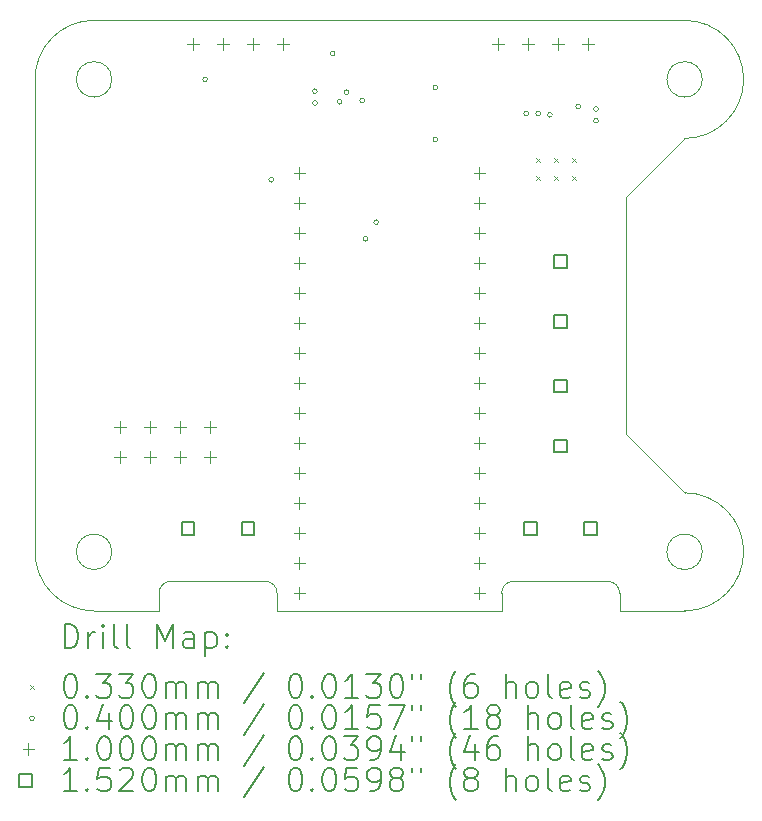
<source format=gbr>
%TF.GenerationSoftware,KiCad,Pcbnew,(6.0.9)*%
%TF.CreationDate,2023-02-05T07:26:17+11:00*%
%TF.ProjectId,SumoBotPCBA001,53756d6f-426f-4745-9043-42413030312e,rev?*%
%TF.SameCoordinates,Original*%
%TF.FileFunction,Drillmap*%
%TF.FilePolarity,Positive*%
%FSLAX45Y45*%
G04 Gerber Fmt 4.5, Leading zero omitted, Abs format (unit mm)*
G04 Created by KiCad (PCBNEW (6.0.9)) date 2023-02-05 07:26:17*
%MOMM*%
%LPD*%
G01*
G04 APERTURE LIST*
%ADD10C,0.100000*%
%ADD11C,0.200000*%
%ADD12C,0.033000*%
%ADD13C,0.040000*%
%ADD14C,0.152000*%
G04 APERTURE END LIST*
D10*
X14650000Y-12400000D02*
G75*
G03*
X14650000Y-12400000I-150000J0D01*
G01*
X14650000Y-8400000D02*
G75*
G03*
X14650000Y-8400000I-150000J0D01*
G01*
X19650000Y-8400000D02*
G75*
G03*
X19650000Y-8400000I-150000J0D01*
G01*
X19650000Y-12400000D02*
G75*
G03*
X19650000Y-12400000I-150000J0D01*
G01*
X18950000Y-12750000D02*
G75*
G03*
X18850000Y-12650000I-100000J0D01*
G01*
X18050000Y-12650000D02*
G75*
G03*
X17950000Y-12750000I0J-100000D01*
G01*
X16050000Y-12750000D02*
G75*
G03*
X15950000Y-12650000I-100000J0D01*
G01*
X15150000Y-12650000D02*
G75*
G03*
X15050000Y-12750000I0J-100000D01*
G01*
X19500000Y-7900000D02*
X14500000Y-7900000D01*
X18950000Y-12900000D02*
X19500000Y-12900000D01*
X16050000Y-12900000D02*
X17950000Y-12900000D01*
X14500000Y-12900000D02*
X15050000Y-12900000D01*
X14000000Y-8400000D02*
X14000000Y-12400000D01*
X14500000Y-7900000D02*
G75*
G03*
X14000000Y-8400000I0J-500000D01*
G01*
X14000000Y-12400000D02*
G75*
G03*
X14500000Y-12900000I500000J0D01*
G01*
X19500000Y-8900000D02*
G75*
G03*
X19500000Y-7900000I0J500000D01*
G01*
X19500000Y-12900000D02*
G75*
G03*
X20000000Y-12400000I0J500000D01*
G01*
X20000000Y-12400000D02*
G75*
G03*
X19500000Y-11900000I-500000J0D01*
G01*
X19000000Y-11400000D02*
X19500000Y-11900000D01*
X19000000Y-9400000D02*
X19500000Y-8900000D01*
X15050000Y-12750000D02*
X15050000Y-12900000D01*
X15950000Y-12650000D02*
X15150000Y-12650000D01*
X16050000Y-12900000D02*
X16050000Y-12750000D01*
X18950000Y-12750000D02*
X18950000Y-12900000D01*
X18050000Y-12650000D02*
X18850000Y-12650000D01*
X17950000Y-12900000D02*
X17950000Y-12750000D01*
X19000000Y-11400000D02*
X19000000Y-9400000D01*
D11*
D12*
X18243500Y-9068500D02*
X18276500Y-9101500D01*
X18276500Y-9068500D02*
X18243500Y-9101500D01*
X18243500Y-9218500D02*
X18276500Y-9251500D01*
X18276500Y-9218500D02*
X18243500Y-9251500D01*
X18393500Y-9068500D02*
X18426500Y-9101500D01*
X18426500Y-9068500D02*
X18393500Y-9101500D01*
X18393500Y-9218500D02*
X18426500Y-9251500D01*
X18426500Y-9218500D02*
X18393500Y-9251500D01*
X18543500Y-9068500D02*
X18576500Y-9101500D01*
X18576500Y-9068500D02*
X18543500Y-9101500D01*
X18543500Y-9218500D02*
X18576500Y-9251500D01*
X18576500Y-9218500D02*
X18543500Y-9251500D01*
D13*
X15460000Y-8400000D02*
G75*
G03*
X15460000Y-8400000I-20000J0D01*
G01*
X16020000Y-9250000D02*
G75*
G03*
X16020000Y-9250000I-20000J0D01*
G01*
X16390000Y-8500000D02*
G75*
G03*
X16390000Y-8500000I-20000J0D01*
G01*
X16390000Y-8600000D02*
G75*
G03*
X16390000Y-8600000I-20000J0D01*
G01*
X16540000Y-8180000D02*
G75*
G03*
X16540000Y-8180000I-20000J0D01*
G01*
X16598770Y-8588770D02*
G75*
G03*
X16598770Y-8588770I-20000J0D01*
G01*
X16658171Y-8508387D02*
G75*
G03*
X16658171Y-8508387I-20000J0D01*
G01*
X16790000Y-8580000D02*
G75*
G03*
X16790000Y-8580000I-20000J0D01*
G01*
X16818770Y-9751230D02*
G75*
G03*
X16818770Y-9751230I-20000J0D01*
G01*
X16908770Y-9608770D02*
G75*
G03*
X16908770Y-9608770I-20000J0D01*
G01*
X17410000Y-8470000D02*
G75*
G03*
X17410000Y-8470000I-20000J0D01*
G01*
X17410000Y-8910000D02*
G75*
G03*
X17410000Y-8910000I-20000J0D01*
G01*
X18180050Y-8690000D02*
G75*
G03*
X18180050Y-8690000I-20000J0D01*
G01*
X18280000Y-8690000D02*
G75*
G03*
X18280000Y-8690000I-20000J0D01*
G01*
X18380000Y-8700000D02*
G75*
G03*
X18380000Y-8700000I-20000J0D01*
G01*
X18620000Y-8630000D02*
G75*
G03*
X18620000Y-8630000I-20000J0D01*
G01*
X18770000Y-8650000D02*
G75*
G03*
X18770000Y-8650000I-20000J0D01*
G01*
X18770000Y-8750000D02*
G75*
G03*
X18770000Y-8750000I-20000J0D01*
G01*
D10*
X14717500Y-11296000D02*
X14717500Y-11396000D01*
X14667500Y-11346000D02*
X14767500Y-11346000D01*
X14717500Y-11550000D02*
X14717500Y-11650000D01*
X14667500Y-11600000D02*
X14767500Y-11600000D01*
X14971500Y-11296000D02*
X14971500Y-11396000D01*
X14921500Y-11346000D02*
X15021500Y-11346000D01*
X14971500Y-11550000D02*
X14971500Y-11650000D01*
X14921500Y-11600000D02*
X15021500Y-11600000D01*
X15225500Y-11296000D02*
X15225500Y-11396000D01*
X15175500Y-11346000D02*
X15275500Y-11346000D01*
X15225500Y-11550000D02*
X15225500Y-11650000D01*
X15175500Y-11600000D02*
X15275500Y-11600000D01*
X15338000Y-8050000D02*
X15338000Y-8150000D01*
X15288000Y-8100000D02*
X15388000Y-8100000D01*
X15479500Y-11296000D02*
X15479500Y-11396000D01*
X15429500Y-11346000D02*
X15529500Y-11346000D01*
X15479500Y-11550000D02*
X15479500Y-11650000D01*
X15429500Y-11600000D02*
X15529500Y-11600000D01*
X15592000Y-8050000D02*
X15592000Y-8150000D01*
X15542000Y-8100000D02*
X15642000Y-8100000D01*
X15846000Y-8050000D02*
X15846000Y-8150000D01*
X15796000Y-8100000D02*
X15896000Y-8100000D01*
X16100000Y-8050000D02*
X16100000Y-8150000D01*
X16050000Y-8100000D02*
X16150000Y-8100000D01*
X16239000Y-9145000D02*
X16239000Y-9245000D01*
X16189000Y-9195000D02*
X16289000Y-9195000D01*
X16239000Y-9399000D02*
X16239000Y-9499000D01*
X16189000Y-9449000D02*
X16289000Y-9449000D01*
X16239000Y-9653000D02*
X16239000Y-9753000D01*
X16189000Y-9703000D02*
X16289000Y-9703000D01*
X16239000Y-9907000D02*
X16239000Y-10007000D01*
X16189000Y-9957000D02*
X16289000Y-9957000D01*
X16239000Y-10161000D02*
X16239000Y-10261000D01*
X16189000Y-10211000D02*
X16289000Y-10211000D01*
X16239000Y-10415000D02*
X16239000Y-10515000D01*
X16189000Y-10465000D02*
X16289000Y-10465000D01*
X16239000Y-10669000D02*
X16239000Y-10769000D01*
X16189000Y-10719000D02*
X16289000Y-10719000D01*
X16239000Y-10923000D02*
X16239000Y-11023000D01*
X16189000Y-10973000D02*
X16289000Y-10973000D01*
X16239000Y-11177000D02*
X16239000Y-11277000D01*
X16189000Y-11227000D02*
X16289000Y-11227000D01*
X16239000Y-11431000D02*
X16239000Y-11531000D01*
X16189000Y-11481000D02*
X16289000Y-11481000D01*
X16239000Y-11685000D02*
X16239000Y-11785000D01*
X16189000Y-11735000D02*
X16289000Y-11735000D01*
X16239000Y-11939000D02*
X16239000Y-12039000D01*
X16189000Y-11989000D02*
X16289000Y-11989000D01*
X16239000Y-12193000D02*
X16239000Y-12293000D01*
X16189000Y-12243000D02*
X16289000Y-12243000D01*
X16239000Y-12447000D02*
X16239000Y-12547000D01*
X16189000Y-12497000D02*
X16289000Y-12497000D01*
X16239000Y-12701000D02*
X16239000Y-12801000D01*
X16189000Y-12751000D02*
X16289000Y-12751000D01*
X17763000Y-9145000D02*
X17763000Y-9245000D01*
X17713000Y-9195000D02*
X17813000Y-9195000D01*
X17763000Y-9399000D02*
X17763000Y-9499000D01*
X17713000Y-9449000D02*
X17813000Y-9449000D01*
X17763000Y-9653000D02*
X17763000Y-9753000D01*
X17713000Y-9703000D02*
X17813000Y-9703000D01*
X17763000Y-9907000D02*
X17763000Y-10007000D01*
X17713000Y-9957000D02*
X17813000Y-9957000D01*
X17763000Y-10161000D02*
X17763000Y-10261000D01*
X17713000Y-10211000D02*
X17813000Y-10211000D01*
X17763000Y-10415000D02*
X17763000Y-10515000D01*
X17713000Y-10465000D02*
X17813000Y-10465000D01*
X17763000Y-10669000D02*
X17763000Y-10769000D01*
X17713000Y-10719000D02*
X17813000Y-10719000D01*
X17763000Y-10923000D02*
X17763000Y-11023000D01*
X17713000Y-10973000D02*
X17813000Y-10973000D01*
X17763000Y-11177000D02*
X17763000Y-11277000D01*
X17713000Y-11227000D02*
X17813000Y-11227000D01*
X17763000Y-11431000D02*
X17763000Y-11531000D01*
X17713000Y-11481000D02*
X17813000Y-11481000D01*
X17763000Y-11685000D02*
X17763000Y-11785000D01*
X17713000Y-11735000D02*
X17813000Y-11735000D01*
X17763000Y-11939000D02*
X17763000Y-12039000D01*
X17713000Y-11989000D02*
X17813000Y-11989000D01*
X17763000Y-12193000D02*
X17763000Y-12293000D01*
X17713000Y-12243000D02*
X17813000Y-12243000D01*
X17763000Y-12447000D02*
X17763000Y-12547000D01*
X17713000Y-12497000D02*
X17813000Y-12497000D01*
X17763000Y-12701000D02*
X17763000Y-12801000D01*
X17713000Y-12751000D02*
X17813000Y-12751000D01*
X17920000Y-8050000D02*
X17920000Y-8150000D01*
X17870000Y-8100000D02*
X17970000Y-8100000D01*
X18174000Y-8050000D02*
X18174000Y-8150000D01*
X18124000Y-8100000D02*
X18224000Y-8100000D01*
X18428000Y-8050000D02*
X18428000Y-8150000D01*
X18378000Y-8100000D02*
X18478000Y-8100000D01*
X18682000Y-8050000D02*
X18682000Y-8150000D01*
X18632000Y-8100000D02*
X18732000Y-8100000D01*
D14*
X15349741Y-12253741D02*
X15349741Y-12146259D01*
X15242259Y-12146259D01*
X15242259Y-12253741D01*
X15349741Y-12253741D01*
X15857741Y-12253741D02*
X15857741Y-12146259D01*
X15750259Y-12146259D01*
X15750259Y-12253741D01*
X15857741Y-12253741D01*
X18249741Y-12253741D02*
X18249741Y-12146259D01*
X18142259Y-12146259D01*
X18142259Y-12253741D01*
X18249741Y-12253741D01*
X18503741Y-9992991D02*
X18503741Y-9885509D01*
X18396259Y-9885509D01*
X18396259Y-9992991D01*
X18503741Y-9992991D01*
X18503741Y-10500991D02*
X18503741Y-10393509D01*
X18396259Y-10393509D01*
X18396259Y-10500991D01*
X18503741Y-10500991D01*
X18503741Y-11049741D02*
X18503741Y-10942259D01*
X18396259Y-10942259D01*
X18396259Y-11049741D01*
X18503741Y-11049741D01*
X18503741Y-11557741D02*
X18503741Y-11450259D01*
X18396259Y-11450259D01*
X18396259Y-11557741D01*
X18503741Y-11557741D01*
X18757741Y-12253741D02*
X18757741Y-12146259D01*
X18650259Y-12146259D01*
X18650259Y-12253741D01*
X18757741Y-12253741D01*
D11*
X14252619Y-13215476D02*
X14252619Y-13015476D01*
X14300238Y-13015476D01*
X14328809Y-13025000D01*
X14347857Y-13044048D01*
X14357381Y-13063095D01*
X14366905Y-13101190D01*
X14366905Y-13129762D01*
X14357381Y-13167857D01*
X14347857Y-13186905D01*
X14328809Y-13205952D01*
X14300238Y-13215476D01*
X14252619Y-13215476D01*
X14452619Y-13215476D02*
X14452619Y-13082143D01*
X14452619Y-13120238D02*
X14462143Y-13101190D01*
X14471667Y-13091667D01*
X14490714Y-13082143D01*
X14509762Y-13082143D01*
X14576428Y-13215476D02*
X14576428Y-13082143D01*
X14576428Y-13015476D02*
X14566905Y-13025000D01*
X14576428Y-13034524D01*
X14585952Y-13025000D01*
X14576428Y-13015476D01*
X14576428Y-13034524D01*
X14700238Y-13215476D02*
X14681190Y-13205952D01*
X14671667Y-13186905D01*
X14671667Y-13015476D01*
X14805000Y-13215476D02*
X14785952Y-13205952D01*
X14776428Y-13186905D01*
X14776428Y-13015476D01*
X15033571Y-13215476D02*
X15033571Y-13015476D01*
X15100238Y-13158333D01*
X15166905Y-13015476D01*
X15166905Y-13215476D01*
X15347857Y-13215476D02*
X15347857Y-13110714D01*
X15338333Y-13091667D01*
X15319286Y-13082143D01*
X15281190Y-13082143D01*
X15262143Y-13091667D01*
X15347857Y-13205952D02*
X15328809Y-13215476D01*
X15281190Y-13215476D01*
X15262143Y-13205952D01*
X15252619Y-13186905D01*
X15252619Y-13167857D01*
X15262143Y-13148809D01*
X15281190Y-13139286D01*
X15328809Y-13139286D01*
X15347857Y-13129762D01*
X15443095Y-13082143D02*
X15443095Y-13282143D01*
X15443095Y-13091667D02*
X15462143Y-13082143D01*
X15500238Y-13082143D01*
X15519286Y-13091667D01*
X15528809Y-13101190D01*
X15538333Y-13120238D01*
X15538333Y-13177381D01*
X15528809Y-13196428D01*
X15519286Y-13205952D01*
X15500238Y-13215476D01*
X15462143Y-13215476D01*
X15443095Y-13205952D01*
X15624048Y-13196428D02*
X15633571Y-13205952D01*
X15624048Y-13215476D01*
X15614524Y-13205952D01*
X15624048Y-13196428D01*
X15624048Y-13215476D01*
X15624048Y-13091667D02*
X15633571Y-13101190D01*
X15624048Y-13110714D01*
X15614524Y-13101190D01*
X15624048Y-13091667D01*
X15624048Y-13110714D01*
D12*
X13962000Y-13528500D02*
X13995000Y-13561500D01*
X13995000Y-13528500D02*
X13962000Y-13561500D01*
D11*
X14290714Y-13435476D02*
X14309762Y-13435476D01*
X14328809Y-13445000D01*
X14338333Y-13454524D01*
X14347857Y-13473571D01*
X14357381Y-13511667D01*
X14357381Y-13559286D01*
X14347857Y-13597381D01*
X14338333Y-13616428D01*
X14328809Y-13625952D01*
X14309762Y-13635476D01*
X14290714Y-13635476D01*
X14271667Y-13625952D01*
X14262143Y-13616428D01*
X14252619Y-13597381D01*
X14243095Y-13559286D01*
X14243095Y-13511667D01*
X14252619Y-13473571D01*
X14262143Y-13454524D01*
X14271667Y-13445000D01*
X14290714Y-13435476D01*
X14443095Y-13616428D02*
X14452619Y-13625952D01*
X14443095Y-13635476D01*
X14433571Y-13625952D01*
X14443095Y-13616428D01*
X14443095Y-13635476D01*
X14519286Y-13435476D02*
X14643095Y-13435476D01*
X14576428Y-13511667D01*
X14605000Y-13511667D01*
X14624048Y-13521190D01*
X14633571Y-13530714D01*
X14643095Y-13549762D01*
X14643095Y-13597381D01*
X14633571Y-13616428D01*
X14624048Y-13625952D01*
X14605000Y-13635476D01*
X14547857Y-13635476D01*
X14528809Y-13625952D01*
X14519286Y-13616428D01*
X14709762Y-13435476D02*
X14833571Y-13435476D01*
X14766905Y-13511667D01*
X14795476Y-13511667D01*
X14814524Y-13521190D01*
X14824048Y-13530714D01*
X14833571Y-13549762D01*
X14833571Y-13597381D01*
X14824048Y-13616428D01*
X14814524Y-13625952D01*
X14795476Y-13635476D01*
X14738333Y-13635476D01*
X14719286Y-13625952D01*
X14709762Y-13616428D01*
X14957381Y-13435476D02*
X14976428Y-13435476D01*
X14995476Y-13445000D01*
X15005000Y-13454524D01*
X15014524Y-13473571D01*
X15024048Y-13511667D01*
X15024048Y-13559286D01*
X15014524Y-13597381D01*
X15005000Y-13616428D01*
X14995476Y-13625952D01*
X14976428Y-13635476D01*
X14957381Y-13635476D01*
X14938333Y-13625952D01*
X14928809Y-13616428D01*
X14919286Y-13597381D01*
X14909762Y-13559286D01*
X14909762Y-13511667D01*
X14919286Y-13473571D01*
X14928809Y-13454524D01*
X14938333Y-13445000D01*
X14957381Y-13435476D01*
X15109762Y-13635476D02*
X15109762Y-13502143D01*
X15109762Y-13521190D02*
X15119286Y-13511667D01*
X15138333Y-13502143D01*
X15166905Y-13502143D01*
X15185952Y-13511667D01*
X15195476Y-13530714D01*
X15195476Y-13635476D01*
X15195476Y-13530714D02*
X15205000Y-13511667D01*
X15224048Y-13502143D01*
X15252619Y-13502143D01*
X15271667Y-13511667D01*
X15281190Y-13530714D01*
X15281190Y-13635476D01*
X15376428Y-13635476D02*
X15376428Y-13502143D01*
X15376428Y-13521190D02*
X15385952Y-13511667D01*
X15405000Y-13502143D01*
X15433571Y-13502143D01*
X15452619Y-13511667D01*
X15462143Y-13530714D01*
X15462143Y-13635476D01*
X15462143Y-13530714D02*
X15471667Y-13511667D01*
X15490714Y-13502143D01*
X15519286Y-13502143D01*
X15538333Y-13511667D01*
X15547857Y-13530714D01*
X15547857Y-13635476D01*
X15938333Y-13425952D02*
X15766905Y-13683095D01*
X16195476Y-13435476D02*
X16214524Y-13435476D01*
X16233571Y-13445000D01*
X16243095Y-13454524D01*
X16252619Y-13473571D01*
X16262143Y-13511667D01*
X16262143Y-13559286D01*
X16252619Y-13597381D01*
X16243095Y-13616428D01*
X16233571Y-13625952D01*
X16214524Y-13635476D01*
X16195476Y-13635476D01*
X16176428Y-13625952D01*
X16166905Y-13616428D01*
X16157381Y-13597381D01*
X16147857Y-13559286D01*
X16147857Y-13511667D01*
X16157381Y-13473571D01*
X16166905Y-13454524D01*
X16176428Y-13445000D01*
X16195476Y-13435476D01*
X16347857Y-13616428D02*
X16357381Y-13625952D01*
X16347857Y-13635476D01*
X16338333Y-13625952D01*
X16347857Y-13616428D01*
X16347857Y-13635476D01*
X16481190Y-13435476D02*
X16500238Y-13435476D01*
X16519286Y-13445000D01*
X16528809Y-13454524D01*
X16538333Y-13473571D01*
X16547857Y-13511667D01*
X16547857Y-13559286D01*
X16538333Y-13597381D01*
X16528809Y-13616428D01*
X16519286Y-13625952D01*
X16500238Y-13635476D01*
X16481190Y-13635476D01*
X16462143Y-13625952D01*
X16452619Y-13616428D01*
X16443095Y-13597381D01*
X16433571Y-13559286D01*
X16433571Y-13511667D01*
X16443095Y-13473571D01*
X16452619Y-13454524D01*
X16462143Y-13445000D01*
X16481190Y-13435476D01*
X16738333Y-13635476D02*
X16624048Y-13635476D01*
X16681190Y-13635476D02*
X16681190Y-13435476D01*
X16662143Y-13464048D01*
X16643095Y-13483095D01*
X16624048Y-13492619D01*
X16805000Y-13435476D02*
X16928810Y-13435476D01*
X16862143Y-13511667D01*
X16890714Y-13511667D01*
X16909762Y-13521190D01*
X16919286Y-13530714D01*
X16928810Y-13549762D01*
X16928810Y-13597381D01*
X16919286Y-13616428D01*
X16909762Y-13625952D01*
X16890714Y-13635476D01*
X16833571Y-13635476D01*
X16814524Y-13625952D01*
X16805000Y-13616428D01*
X17052619Y-13435476D02*
X17071667Y-13435476D01*
X17090714Y-13445000D01*
X17100238Y-13454524D01*
X17109762Y-13473571D01*
X17119286Y-13511667D01*
X17119286Y-13559286D01*
X17109762Y-13597381D01*
X17100238Y-13616428D01*
X17090714Y-13625952D01*
X17071667Y-13635476D01*
X17052619Y-13635476D01*
X17033571Y-13625952D01*
X17024048Y-13616428D01*
X17014524Y-13597381D01*
X17005000Y-13559286D01*
X17005000Y-13511667D01*
X17014524Y-13473571D01*
X17024048Y-13454524D01*
X17033571Y-13445000D01*
X17052619Y-13435476D01*
X17195476Y-13435476D02*
X17195476Y-13473571D01*
X17271667Y-13435476D02*
X17271667Y-13473571D01*
X17566905Y-13711667D02*
X17557381Y-13702143D01*
X17538333Y-13673571D01*
X17528810Y-13654524D01*
X17519286Y-13625952D01*
X17509762Y-13578333D01*
X17509762Y-13540238D01*
X17519286Y-13492619D01*
X17528810Y-13464048D01*
X17538333Y-13445000D01*
X17557381Y-13416428D01*
X17566905Y-13406905D01*
X17728810Y-13435476D02*
X17690714Y-13435476D01*
X17671667Y-13445000D01*
X17662143Y-13454524D01*
X17643095Y-13483095D01*
X17633571Y-13521190D01*
X17633571Y-13597381D01*
X17643095Y-13616428D01*
X17652619Y-13625952D01*
X17671667Y-13635476D01*
X17709762Y-13635476D01*
X17728810Y-13625952D01*
X17738333Y-13616428D01*
X17747857Y-13597381D01*
X17747857Y-13549762D01*
X17738333Y-13530714D01*
X17728810Y-13521190D01*
X17709762Y-13511667D01*
X17671667Y-13511667D01*
X17652619Y-13521190D01*
X17643095Y-13530714D01*
X17633571Y-13549762D01*
X17985952Y-13635476D02*
X17985952Y-13435476D01*
X18071667Y-13635476D02*
X18071667Y-13530714D01*
X18062143Y-13511667D01*
X18043095Y-13502143D01*
X18014524Y-13502143D01*
X17995476Y-13511667D01*
X17985952Y-13521190D01*
X18195476Y-13635476D02*
X18176429Y-13625952D01*
X18166905Y-13616428D01*
X18157381Y-13597381D01*
X18157381Y-13540238D01*
X18166905Y-13521190D01*
X18176429Y-13511667D01*
X18195476Y-13502143D01*
X18224048Y-13502143D01*
X18243095Y-13511667D01*
X18252619Y-13521190D01*
X18262143Y-13540238D01*
X18262143Y-13597381D01*
X18252619Y-13616428D01*
X18243095Y-13625952D01*
X18224048Y-13635476D01*
X18195476Y-13635476D01*
X18376429Y-13635476D02*
X18357381Y-13625952D01*
X18347857Y-13606905D01*
X18347857Y-13435476D01*
X18528810Y-13625952D02*
X18509762Y-13635476D01*
X18471667Y-13635476D01*
X18452619Y-13625952D01*
X18443095Y-13606905D01*
X18443095Y-13530714D01*
X18452619Y-13511667D01*
X18471667Y-13502143D01*
X18509762Y-13502143D01*
X18528810Y-13511667D01*
X18538333Y-13530714D01*
X18538333Y-13549762D01*
X18443095Y-13568809D01*
X18614524Y-13625952D02*
X18633571Y-13635476D01*
X18671667Y-13635476D01*
X18690714Y-13625952D01*
X18700238Y-13606905D01*
X18700238Y-13597381D01*
X18690714Y-13578333D01*
X18671667Y-13568809D01*
X18643095Y-13568809D01*
X18624048Y-13559286D01*
X18614524Y-13540238D01*
X18614524Y-13530714D01*
X18624048Y-13511667D01*
X18643095Y-13502143D01*
X18671667Y-13502143D01*
X18690714Y-13511667D01*
X18766905Y-13711667D02*
X18776429Y-13702143D01*
X18795476Y-13673571D01*
X18805000Y-13654524D01*
X18814524Y-13625952D01*
X18824048Y-13578333D01*
X18824048Y-13540238D01*
X18814524Y-13492619D01*
X18805000Y-13464048D01*
X18795476Y-13445000D01*
X18776429Y-13416428D01*
X18766905Y-13406905D01*
D13*
X13995000Y-13809000D02*
G75*
G03*
X13995000Y-13809000I-20000J0D01*
G01*
D11*
X14290714Y-13699476D02*
X14309762Y-13699476D01*
X14328809Y-13709000D01*
X14338333Y-13718524D01*
X14347857Y-13737571D01*
X14357381Y-13775667D01*
X14357381Y-13823286D01*
X14347857Y-13861381D01*
X14338333Y-13880428D01*
X14328809Y-13889952D01*
X14309762Y-13899476D01*
X14290714Y-13899476D01*
X14271667Y-13889952D01*
X14262143Y-13880428D01*
X14252619Y-13861381D01*
X14243095Y-13823286D01*
X14243095Y-13775667D01*
X14252619Y-13737571D01*
X14262143Y-13718524D01*
X14271667Y-13709000D01*
X14290714Y-13699476D01*
X14443095Y-13880428D02*
X14452619Y-13889952D01*
X14443095Y-13899476D01*
X14433571Y-13889952D01*
X14443095Y-13880428D01*
X14443095Y-13899476D01*
X14624048Y-13766143D02*
X14624048Y-13899476D01*
X14576428Y-13689952D02*
X14528809Y-13832809D01*
X14652619Y-13832809D01*
X14766905Y-13699476D02*
X14785952Y-13699476D01*
X14805000Y-13709000D01*
X14814524Y-13718524D01*
X14824048Y-13737571D01*
X14833571Y-13775667D01*
X14833571Y-13823286D01*
X14824048Y-13861381D01*
X14814524Y-13880428D01*
X14805000Y-13889952D01*
X14785952Y-13899476D01*
X14766905Y-13899476D01*
X14747857Y-13889952D01*
X14738333Y-13880428D01*
X14728809Y-13861381D01*
X14719286Y-13823286D01*
X14719286Y-13775667D01*
X14728809Y-13737571D01*
X14738333Y-13718524D01*
X14747857Y-13709000D01*
X14766905Y-13699476D01*
X14957381Y-13699476D02*
X14976428Y-13699476D01*
X14995476Y-13709000D01*
X15005000Y-13718524D01*
X15014524Y-13737571D01*
X15024048Y-13775667D01*
X15024048Y-13823286D01*
X15014524Y-13861381D01*
X15005000Y-13880428D01*
X14995476Y-13889952D01*
X14976428Y-13899476D01*
X14957381Y-13899476D01*
X14938333Y-13889952D01*
X14928809Y-13880428D01*
X14919286Y-13861381D01*
X14909762Y-13823286D01*
X14909762Y-13775667D01*
X14919286Y-13737571D01*
X14928809Y-13718524D01*
X14938333Y-13709000D01*
X14957381Y-13699476D01*
X15109762Y-13899476D02*
X15109762Y-13766143D01*
X15109762Y-13785190D02*
X15119286Y-13775667D01*
X15138333Y-13766143D01*
X15166905Y-13766143D01*
X15185952Y-13775667D01*
X15195476Y-13794714D01*
X15195476Y-13899476D01*
X15195476Y-13794714D02*
X15205000Y-13775667D01*
X15224048Y-13766143D01*
X15252619Y-13766143D01*
X15271667Y-13775667D01*
X15281190Y-13794714D01*
X15281190Y-13899476D01*
X15376428Y-13899476D02*
X15376428Y-13766143D01*
X15376428Y-13785190D02*
X15385952Y-13775667D01*
X15405000Y-13766143D01*
X15433571Y-13766143D01*
X15452619Y-13775667D01*
X15462143Y-13794714D01*
X15462143Y-13899476D01*
X15462143Y-13794714D02*
X15471667Y-13775667D01*
X15490714Y-13766143D01*
X15519286Y-13766143D01*
X15538333Y-13775667D01*
X15547857Y-13794714D01*
X15547857Y-13899476D01*
X15938333Y-13689952D02*
X15766905Y-13947095D01*
X16195476Y-13699476D02*
X16214524Y-13699476D01*
X16233571Y-13709000D01*
X16243095Y-13718524D01*
X16252619Y-13737571D01*
X16262143Y-13775667D01*
X16262143Y-13823286D01*
X16252619Y-13861381D01*
X16243095Y-13880428D01*
X16233571Y-13889952D01*
X16214524Y-13899476D01*
X16195476Y-13899476D01*
X16176428Y-13889952D01*
X16166905Y-13880428D01*
X16157381Y-13861381D01*
X16147857Y-13823286D01*
X16147857Y-13775667D01*
X16157381Y-13737571D01*
X16166905Y-13718524D01*
X16176428Y-13709000D01*
X16195476Y-13699476D01*
X16347857Y-13880428D02*
X16357381Y-13889952D01*
X16347857Y-13899476D01*
X16338333Y-13889952D01*
X16347857Y-13880428D01*
X16347857Y-13899476D01*
X16481190Y-13699476D02*
X16500238Y-13699476D01*
X16519286Y-13709000D01*
X16528809Y-13718524D01*
X16538333Y-13737571D01*
X16547857Y-13775667D01*
X16547857Y-13823286D01*
X16538333Y-13861381D01*
X16528809Y-13880428D01*
X16519286Y-13889952D01*
X16500238Y-13899476D01*
X16481190Y-13899476D01*
X16462143Y-13889952D01*
X16452619Y-13880428D01*
X16443095Y-13861381D01*
X16433571Y-13823286D01*
X16433571Y-13775667D01*
X16443095Y-13737571D01*
X16452619Y-13718524D01*
X16462143Y-13709000D01*
X16481190Y-13699476D01*
X16738333Y-13899476D02*
X16624048Y-13899476D01*
X16681190Y-13899476D02*
X16681190Y-13699476D01*
X16662143Y-13728048D01*
X16643095Y-13747095D01*
X16624048Y-13756619D01*
X16919286Y-13699476D02*
X16824048Y-13699476D01*
X16814524Y-13794714D01*
X16824048Y-13785190D01*
X16843095Y-13775667D01*
X16890714Y-13775667D01*
X16909762Y-13785190D01*
X16919286Y-13794714D01*
X16928810Y-13813762D01*
X16928810Y-13861381D01*
X16919286Y-13880428D01*
X16909762Y-13889952D01*
X16890714Y-13899476D01*
X16843095Y-13899476D01*
X16824048Y-13889952D01*
X16814524Y-13880428D01*
X16995476Y-13699476D02*
X17128810Y-13699476D01*
X17043095Y-13899476D01*
X17195476Y-13699476D02*
X17195476Y-13737571D01*
X17271667Y-13699476D02*
X17271667Y-13737571D01*
X17566905Y-13975667D02*
X17557381Y-13966143D01*
X17538333Y-13937571D01*
X17528810Y-13918524D01*
X17519286Y-13889952D01*
X17509762Y-13842333D01*
X17509762Y-13804238D01*
X17519286Y-13756619D01*
X17528810Y-13728048D01*
X17538333Y-13709000D01*
X17557381Y-13680428D01*
X17566905Y-13670905D01*
X17747857Y-13899476D02*
X17633571Y-13899476D01*
X17690714Y-13899476D02*
X17690714Y-13699476D01*
X17671667Y-13728048D01*
X17652619Y-13747095D01*
X17633571Y-13756619D01*
X17862143Y-13785190D02*
X17843095Y-13775667D01*
X17833571Y-13766143D01*
X17824048Y-13747095D01*
X17824048Y-13737571D01*
X17833571Y-13718524D01*
X17843095Y-13709000D01*
X17862143Y-13699476D01*
X17900238Y-13699476D01*
X17919286Y-13709000D01*
X17928810Y-13718524D01*
X17938333Y-13737571D01*
X17938333Y-13747095D01*
X17928810Y-13766143D01*
X17919286Y-13775667D01*
X17900238Y-13785190D01*
X17862143Y-13785190D01*
X17843095Y-13794714D01*
X17833571Y-13804238D01*
X17824048Y-13823286D01*
X17824048Y-13861381D01*
X17833571Y-13880428D01*
X17843095Y-13889952D01*
X17862143Y-13899476D01*
X17900238Y-13899476D01*
X17919286Y-13889952D01*
X17928810Y-13880428D01*
X17938333Y-13861381D01*
X17938333Y-13823286D01*
X17928810Y-13804238D01*
X17919286Y-13794714D01*
X17900238Y-13785190D01*
X18176429Y-13899476D02*
X18176429Y-13699476D01*
X18262143Y-13899476D02*
X18262143Y-13794714D01*
X18252619Y-13775667D01*
X18233571Y-13766143D01*
X18205000Y-13766143D01*
X18185952Y-13775667D01*
X18176429Y-13785190D01*
X18385952Y-13899476D02*
X18366905Y-13889952D01*
X18357381Y-13880428D01*
X18347857Y-13861381D01*
X18347857Y-13804238D01*
X18357381Y-13785190D01*
X18366905Y-13775667D01*
X18385952Y-13766143D01*
X18414524Y-13766143D01*
X18433571Y-13775667D01*
X18443095Y-13785190D01*
X18452619Y-13804238D01*
X18452619Y-13861381D01*
X18443095Y-13880428D01*
X18433571Y-13889952D01*
X18414524Y-13899476D01*
X18385952Y-13899476D01*
X18566905Y-13899476D02*
X18547857Y-13889952D01*
X18538333Y-13870905D01*
X18538333Y-13699476D01*
X18719286Y-13889952D02*
X18700238Y-13899476D01*
X18662143Y-13899476D01*
X18643095Y-13889952D01*
X18633571Y-13870905D01*
X18633571Y-13794714D01*
X18643095Y-13775667D01*
X18662143Y-13766143D01*
X18700238Y-13766143D01*
X18719286Y-13775667D01*
X18728810Y-13794714D01*
X18728810Y-13813762D01*
X18633571Y-13832809D01*
X18805000Y-13889952D02*
X18824048Y-13899476D01*
X18862143Y-13899476D01*
X18881190Y-13889952D01*
X18890714Y-13870905D01*
X18890714Y-13861381D01*
X18881190Y-13842333D01*
X18862143Y-13832809D01*
X18833571Y-13832809D01*
X18814524Y-13823286D01*
X18805000Y-13804238D01*
X18805000Y-13794714D01*
X18814524Y-13775667D01*
X18833571Y-13766143D01*
X18862143Y-13766143D01*
X18881190Y-13775667D01*
X18957381Y-13975667D02*
X18966905Y-13966143D01*
X18985952Y-13937571D01*
X18995476Y-13918524D01*
X19005000Y-13889952D01*
X19014524Y-13842333D01*
X19014524Y-13804238D01*
X19005000Y-13756619D01*
X18995476Y-13728048D01*
X18985952Y-13709000D01*
X18966905Y-13680428D01*
X18957381Y-13670905D01*
D10*
X13945000Y-14023000D02*
X13945000Y-14123000D01*
X13895000Y-14073000D02*
X13995000Y-14073000D01*
D11*
X14357381Y-14163476D02*
X14243095Y-14163476D01*
X14300238Y-14163476D02*
X14300238Y-13963476D01*
X14281190Y-13992048D01*
X14262143Y-14011095D01*
X14243095Y-14020619D01*
X14443095Y-14144428D02*
X14452619Y-14153952D01*
X14443095Y-14163476D01*
X14433571Y-14153952D01*
X14443095Y-14144428D01*
X14443095Y-14163476D01*
X14576428Y-13963476D02*
X14595476Y-13963476D01*
X14614524Y-13973000D01*
X14624048Y-13982524D01*
X14633571Y-14001571D01*
X14643095Y-14039667D01*
X14643095Y-14087286D01*
X14633571Y-14125381D01*
X14624048Y-14144428D01*
X14614524Y-14153952D01*
X14595476Y-14163476D01*
X14576428Y-14163476D01*
X14557381Y-14153952D01*
X14547857Y-14144428D01*
X14538333Y-14125381D01*
X14528809Y-14087286D01*
X14528809Y-14039667D01*
X14538333Y-14001571D01*
X14547857Y-13982524D01*
X14557381Y-13973000D01*
X14576428Y-13963476D01*
X14766905Y-13963476D02*
X14785952Y-13963476D01*
X14805000Y-13973000D01*
X14814524Y-13982524D01*
X14824048Y-14001571D01*
X14833571Y-14039667D01*
X14833571Y-14087286D01*
X14824048Y-14125381D01*
X14814524Y-14144428D01*
X14805000Y-14153952D01*
X14785952Y-14163476D01*
X14766905Y-14163476D01*
X14747857Y-14153952D01*
X14738333Y-14144428D01*
X14728809Y-14125381D01*
X14719286Y-14087286D01*
X14719286Y-14039667D01*
X14728809Y-14001571D01*
X14738333Y-13982524D01*
X14747857Y-13973000D01*
X14766905Y-13963476D01*
X14957381Y-13963476D02*
X14976428Y-13963476D01*
X14995476Y-13973000D01*
X15005000Y-13982524D01*
X15014524Y-14001571D01*
X15024048Y-14039667D01*
X15024048Y-14087286D01*
X15014524Y-14125381D01*
X15005000Y-14144428D01*
X14995476Y-14153952D01*
X14976428Y-14163476D01*
X14957381Y-14163476D01*
X14938333Y-14153952D01*
X14928809Y-14144428D01*
X14919286Y-14125381D01*
X14909762Y-14087286D01*
X14909762Y-14039667D01*
X14919286Y-14001571D01*
X14928809Y-13982524D01*
X14938333Y-13973000D01*
X14957381Y-13963476D01*
X15109762Y-14163476D02*
X15109762Y-14030143D01*
X15109762Y-14049190D02*
X15119286Y-14039667D01*
X15138333Y-14030143D01*
X15166905Y-14030143D01*
X15185952Y-14039667D01*
X15195476Y-14058714D01*
X15195476Y-14163476D01*
X15195476Y-14058714D02*
X15205000Y-14039667D01*
X15224048Y-14030143D01*
X15252619Y-14030143D01*
X15271667Y-14039667D01*
X15281190Y-14058714D01*
X15281190Y-14163476D01*
X15376428Y-14163476D02*
X15376428Y-14030143D01*
X15376428Y-14049190D02*
X15385952Y-14039667D01*
X15405000Y-14030143D01*
X15433571Y-14030143D01*
X15452619Y-14039667D01*
X15462143Y-14058714D01*
X15462143Y-14163476D01*
X15462143Y-14058714D02*
X15471667Y-14039667D01*
X15490714Y-14030143D01*
X15519286Y-14030143D01*
X15538333Y-14039667D01*
X15547857Y-14058714D01*
X15547857Y-14163476D01*
X15938333Y-13953952D02*
X15766905Y-14211095D01*
X16195476Y-13963476D02*
X16214524Y-13963476D01*
X16233571Y-13973000D01*
X16243095Y-13982524D01*
X16252619Y-14001571D01*
X16262143Y-14039667D01*
X16262143Y-14087286D01*
X16252619Y-14125381D01*
X16243095Y-14144428D01*
X16233571Y-14153952D01*
X16214524Y-14163476D01*
X16195476Y-14163476D01*
X16176428Y-14153952D01*
X16166905Y-14144428D01*
X16157381Y-14125381D01*
X16147857Y-14087286D01*
X16147857Y-14039667D01*
X16157381Y-14001571D01*
X16166905Y-13982524D01*
X16176428Y-13973000D01*
X16195476Y-13963476D01*
X16347857Y-14144428D02*
X16357381Y-14153952D01*
X16347857Y-14163476D01*
X16338333Y-14153952D01*
X16347857Y-14144428D01*
X16347857Y-14163476D01*
X16481190Y-13963476D02*
X16500238Y-13963476D01*
X16519286Y-13973000D01*
X16528809Y-13982524D01*
X16538333Y-14001571D01*
X16547857Y-14039667D01*
X16547857Y-14087286D01*
X16538333Y-14125381D01*
X16528809Y-14144428D01*
X16519286Y-14153952D01*
X16500238Y-14163476D01*
X16481190Y-14163476D01*
X16462143Y-14153952D01*
X16452619Y-14144428D01*
X16443095Y-14125381D01*
X16433571Y-14087286D01*
X16433571Y-14039667D01*
X16443095Y-14001571D01*
X16452619Y-13982524D01*
X16462143Y-13973000D01*
X16481190Y-13963476D01*
X16614524Y-13963476D02*
X16738333Y-13963476D01*
X16671667Y-14039667D01*
X16700238Y-14039667D01*
X16719286Y-14049190D01*
X16728809Y-14058714D01*
X16738333Y-14077762D01*
X16738333Y-14125381D01*
X16728809Y-14144428D01*
X16719286Y-14153952D01*
X16700238Y-14163476D01*
X16643095Y-14163476D01*
X16624048Y-14153952D01*
X16614524Y-14144428D01*
X16833571Y-14163476D02*
X16871667Y-14163476D01*
X16890714Y-14153952D01*
X16900238Y-14144428D01*
X16919286Y-14115857D01*
X16928810Y-14077762D01*
X16928810Y-14001571D01*
X16919286Y-13982524D01*
X16909762Y-13973000D01*
X16890714Y-13963476D01*
X16852619Y-13963476D01*
X16833571Y-13973000D01*
X16824048Y-13982524D01*
X16814524Y-14001571D01*
X16814524Y-14049190D01*
X16824048Y-14068238D01*
X16833571Y-14077762D01*
X16852619Y-14087286D01*
X16890714Y-14087286D01*
X16909762Y-14077762D01*
X16919286Y-14068238D01*
X16928810Y-14049190D01*
X17100238Y-14030143D02*
X17100238Y-14163476D01*
X17052619Y-13953952D02*
X17005000Y-14096809D01*
X17128810Y-14096809D01*
X17195476Y-13963476D02*
X17195476Y-14001571D01*
X17271667Y-13963476D02*
X17271667Y-14001571D01*
X17566905Y-14239667D02*
X17557381Y-14230143D01*
X17538333Y-14201571D01*
X17528810Y-14182524D01*
X17519286Y-14153952D01*
X17509762Y-14106333D01*
X17509762Y-14068238D01*
X17519286Y-14020619D01*
X17528810Y-13992048D01*
X17538333Y-13973000D01*
X17557381Y-13944428D01*
X17566905Y-13934905D01*
X17728810Y-14030143D02*
X17728810Y-14163476D01*
X17681190Y-13953952D02*
X17633571Y-14096809D01*
X17757381Y-14096809D01*
X17919286Y-13963476D02*
X17881190Y-13963476D01*
X17862143Y-13973000D01*
X17852619Y-13982524D01*
X17833571Y-14011095D01*
X17824048Y-14049190D01*
X17824048Y-14125381D01*
X17833571Y-14144428D01*
X17843095Y-14153952D01*
X17862143Y-14163476D01*
X17900238Y-14163476D01*
X17919286Y-14153952D01*
X17928810Y-14144428D01*
X17938333Y-14125381D01*
X17938333Y-14077762D01*
X17928810Y-14058714D01*
X17919286Y-14049190D01*
X17900238Y-14039667D01*
X17862143Y-14039667D01*
X17843095Y-14049190D01*
X17833571Y-14058714D01*
X17824048Y-14077762D01*
X18176429Y-14163476D02*
X18176429Y-13963476D01*
X18262143Y-14163476D02*
X18262143Y-14058714D01*
X18252619Y-14039667D01*
X18233571Y-14030143D01*
X18205000Y-14030143D01*
X18185952Y-14039667D01*
X18176429Y-14049190D01*
X18385952Y-14163476D02*
X18366905Y-14153952D01*
X18357381Y-14144428D01*
X18347857Y-14125381D01*
X18347857Y-14068238D01*
X18357381Y-14049190D01*
X18366905Y-14039667D01*
X18385952Y-14030143D01*
X18414524Y-14030143D01*
X18433571Y-14039667D01*
X18443095Y-14049190D01*
X18452619Y-14068238D01*
X18452619Y-14125381D01*
X18443095Y-14144428D01*
X18433571Y-14153952D01*
X18414524Y-14163476D01*
X18385952Y-14163476D01*
X18566905Y-14163476D02*
X18547857Y-14153952D01*
X18538333Y-14134905D01*
X18538333Y-13963476D01*
X18719286Y-14153952D02*
X18700238Y-14163476D01*
X18662143Y-14163476D01*
X18643095Y-14153952D01*
X18633571Y-14134905D01*
X18633571Y-14058714D01*
X18643095Y-14039667D01*
X18662143Y-14030143D01*
X18700238Y-14030143D01*
X18719286Y-14039667D01*
X18728810Y-14058714D01*
X18728810Y-14077762D01*
X18633571Y-14096809D01*
X18805000Y-14153952D02*
X18824048Y-14163476D01*
X18862143Y-14163476D01*
X18881190Y-14153952D01*
X18890714Y-14134905D01*
X18890714Y-14125381D01*
X18881190Y-14106333D01*
X18862143Y-14096809D01*
X18833571Y-14096809D01*
X18814524Y-14087286D01*
X18805000Y-14068238D01*
X18805000Y-14058714D01*
X18814524Y-14039667D01*
X18833571Y-14030143D01*
X18862143Y-14030143D01*
X18881190Y-14039667D01*
X18957381Y-14239667D02*
X18966905Y-14230143D01*
X18985952Y-14201571D01*
X18995476Y-14182524D01*
X19005000Y-14153952D01*
X19014524Y-14106333D01*
X19014524Y-14068238D01*
X19005000Y-14020619D01*
X18995476Y-13992048D01*
X18985952Y-13973000D01*
X18966905Y-13944428D01*
X18957381Y-13934905D01*
D14*
X13972741Y-14390741D02*
X13972741Y-14283259D01*
X13865259Y-14283259D01*
X13865259Y-14390741D01*
X13972741Y-14390741D01*
D11*
X14357381Y-14427476D02*
X14243095Y-14427476D01*
X14300238Y-14427476D02*
X14300238Y-14227476D01*
X14281190Y-14256048D01*
X14262143Y-14275095D01*
X14243095Y-14284619D01*
X14443095Y-14408428D02*
X14452619Y-14417952D01*
X14443095Y-14427476D01*
X14433571Y-14417952D01*
X14443095Y-14408428D01*
X14443095Y-14427476D01*
X14633571Y-14227476D02*
X14538333Y-14227476D01*
X14528809Y-14322714D01*
X14538333Y-14313190D01*
X14557381Y-14303667D01*
X14605000Y-14303667D01*
X14624048Y-14313190D01*
X14633571Y-14322714D01*
X14643095Y-14341762D01*
X14643095Y-14389381D01*
X14633571Y-14408428D01*
X14624048Y-14417952D01*
X14605000Y-14427476D01*
X14557381Y-14427476D01*
X14538333Y-14417952D01*
X14528809Y-14408428D01*
X14719286Y-14246524D02*
X14728809Y-14237000D01*
X14747857Y-14227476D01*
X14795476Y-14227476D01*
X14814524Y-14237000D01*
X14824048Y-14246524D01*
X14833571Y-14265571D01*
X14833571Y-14284619D01*
X14824048Y-14313190D01*
X14709762Y-14427476D01*
X14833571Y-14427476D01*
X14957381Y-14227476D02*
X14976428Y-14227476D01*
X14995476Y-14237000D01*
X15005000Y-14246524D01*
X15014524Y-14265571D01*
X15024048Y-14303667D01*
X15024048Y-14351286D01*
X15014524Y-14389381D01*
X15005000Y-14408428D01*
X14995476Y-14417952D01*
X14976428Y-14427476D01*
X14957381Y-14427476D01*
X14938333Y-14417952D01*
X14928809Y-14408428D01*
X14919286Y-14389381D01*
X14909762Y-14351286D01*
X14909762Y-14303667D01*
X14919286Y-14265571D01*
X14928809Y-14246524D01*
X14938333Y-14237000D01*
X14957381Y-14227476D01*
X15109762Y-14427476D02*
X15109762Y-14294143D01*
X15109762Y-14313190D02*
X15119286Y-14303667D01*
X15138333Y-14294143D01*
X15166905Y-14294143D01*
X15185952Y-14303667D01*
X15195476Y-14322714D01*
X15195476Y-14427476D01*
X15195476Y-14322714D02*
X15205000Y-14303667D01*
X15224048Y-14294143D01*
X15252619Y-14294143D01*
X15271667Y-14303667D01*
X15281190Y-14322714D01*
X15281190Y-14427476D01*
X15376428Y-14427476D02*
X15376428Y-14294143D01*
X15376428Y-14313190D02*
X15385952Y-14303667D01*
X15405000Y-14294143D01*
X15433571Y-14294143D01*
X15452619Y-14303667D01*
X15462143Y-14322714D01*
X15462143Y-14427476D01*
X15462143Y-14322714D02*
X15471667Y-14303667D01*
X15490714Y-14294143D01*
X15519286Y-14294143D01*
X15538333Y-14303667D01*
X15547857Y-14322714D01*
X15547857Y-14427476D01*
X15938333Y-14217952D02*
X15766905Y-14475095D01*
X16195476Y-14227476D02*
X16214524Y-14227476D01*
X16233571Y-14237000D01*
X16243095Y-14246524D01*
X16252619Y-14265571D01*
X16262143Y-14303667D01*
X16262143Y-14351286D01*
X16252619Y-14389381D01*
X16243095Y-14408428D01*
X16233571Y-14417952D01*
X16214524Y-14427476D01*
X16195476Y-14427476D01*
X16176428Y-14417952D01*
X16166905Y-14408428D01*
X16157381Y-14389381D01*
X16147857Y-14351286D01*
X16147857Y-14303667D01*
X16157381Y-14265571D01*
X16166905Y-14246524D01*
X16176428Y-14237000D01*
X16195476Y-14227476D01*
X16347857Y-14408428D02*
X16357381Y-14417952D01*
X16347857Y-14427476D01*
X16338333Y-14417952D01*
X16347857Y-14408428D01*
X16347857Y-14427476D01*
X16481190Y-14227476D02*
X16500238Y-14227476D01*
X16519286Y-14237000D01*
X16528809Y-14246524D01*
X16538333Y-14265571D01*
X16547857Y-14303667D01*
X16547857Y-14351286D01*
X16538333Y-14389381D01*
X16528809Y-14408428D01*
X16519286Y-14417952D01*
X16500238Y-14427476D01*
X16481190Y-14427476D01*
X16462143Y-14417952D01*
X16452619Y-14408428D01*
X16443095Y-14389381D01*
X16433571Y-14351286D01*
X16433571Y-14303667D01*
X16443095Y-14265571D01*
X16452619Y-14246524D01*
X16462143Y-14237000D01*
X16481190Y-14227476D01*
X16728809Y-14227476D02*
X16633571Y-14227476D01*
X16624048Y-14322714D01*
X16633571Y-14313190D01*
X16652619Y-14303667D01*
X16700238Y-14303667D01*
X16719286Y-14313190D01*
X16728809Y-14322714D01*
X16738333Y-14341762D01*
X16738333Y-14389381D01*
X16728809Y-14408428D01*
X16719286Y-14417952D01*
X16700238Y-14427476D01*
X16652619Y-14427476D01*
X16633571Y-14417952D01*
X16624048Y-14408428D01*
X16833571Y-14427476D02*
X16871667Y-14427476D01*
X16890714Y-14417952D01*
X16900238Y-14408428D01*
X16919286Y-14379857D01*
X16928810Y-14341762D01*
X16928810Y-14265571D01*
X16919286Y-14246524D01*
X16909762Y-14237000D01*
X16890714Y-14227476D01*
X16852619Y-14227476D01*
X16833571Y-14237000D01*
X16824048Y-14246524D01*
X16814524Y-14265571D01*
X16814524Y-14313190D01*
X16824048Y-14332238D01*
X16833571Y-14341762D01*
X16852619Y-14351286D01*
X16890714Y-14351286D01*
X16909762Y-14341762D01*
X16919286Y-14332238D01*
X16928810Y-14313190D01*
X17043095Y-14313190D02*
X17024048Y-14303667D01*
X17014524Y-14294143D01*
X17005000Y-14275095D01*
X17005000Y-14265571D01*
X17014524Y-14246524D01*
X17024048Y-14237000D01*
X17043095Y-14227476D01*
X17081190Y-14227476D01*
X17100238Y-14237000D01*
X17109762Y-14246524D01*
X17119286Y-14265571D01*
X17119286Y-14275095D01*
X17109762Y-14294143D01*
X17100238Y-14303667D01*
X17081190Y-14313190D01*
X17043095Y-14313190D01*
X17024048Y-14322714D01*
X17014524Y-14332238D01*
X17005000Y-14351286D01*
X17005000Y-14389381D01*
X17014524Y-14408428D01*
X17024048Y-14417952D01*
X17043095Y-14427476D01*
X17081190Y-14427476D01*
X17100238Y-14417952D01*
X17109762Y-14408428D01*
X17119286Y-14389381D01*
X17119286Y-14351286D01*
X17109762Y-14332238D01*
X17100238Y-14322714D01*
X17081190Y-14313190D01*
X17195476Y-14227476D02*
X17195476Y-14265571D01*
X17271667Y-14227476D02*
X17271667Y-14265571D01*
X17566905Y-14503667D02*
X17557381Y-14494143D01*
X17538333Y-14465571D01*
X17528810Y-14446524D01*
X17519286Y-14417952D01*
X17509762Y-14370333D01*
X17509762Y-14332238D01*
X17519286Y-14284619D01*
X17528810Y-14256048D01*
X17538333Y-14237000D01*
X17557381Y-14208428D01*
X17566905Y-14198905D01*
X17671667Y-14313190D02*
X17652619Y-14303667D01*
X17643095Y-14294143D01*
X17633571Y-14275095D01*
X17633571Y-14265571D01*
X17643095Y-14246524D01*
X17652619Y-14237000D01*
X17671667Y-14227476D01*
X17709762Y-14227476D01*
X17728810Y-14237000D01*
X17738333Y-14246524D01*
X17747857Y-14265571D01*
X17747857Y-14275095D01*
X17738333Y-14294143D01*
X17728810Y-14303667D01*
X17709762Y-14313190D01*
X17671667Y-14313190D01*
X17652619Y-14322714D01*
X17643095Y-14332238D01*
X17633571Y-14351286D01*
X17633571Y-14389381D01*
X17643095Y-14408428D01*
X17652619Y-14417952D01*
X17671667Y-14427476D01*
X17709762Y-14427476D01*
X17728810Y-14417952D01*
X17738333Y-14408428D01*
X17747857Y-14389381D01*
X17747857Y-14351286D01*
X17738333Y-14332238D01*
X17728810Y-14322714D01*
X17709762Y-14313190D01*
X17985952Y-14427476D02*
X17985952Y-14227476D01*
X18071667Y-14427476D02*
X18071667Y-14322714D01*
X18062143Y-14303667D01*
X18043095Y-14294143D01*
X18014524Y-14294143D01*
X17995476Y-14303667D01*
X17985952Y-14313190D01*
X18195476Y-14427476D02*
X18176429Y-14417952D01*
X18166905Y-14408428D01*
X18157381Y-14389381D01*
X18157381Y-14332238D01*
X18166905Y-14313190D01*
X18176429Y-14303667D01*
X18195476Y-14294143D01*
X18224048Y-14294143D01*
X18243095Y-14303667D01*
X18252619Y-14313190D01*
X18262143Y-14332238D01*
X18262143Y-14389381D01*
X18252619Y-14408428D01*
X18243095Y-14417952D01*
X18224048Y-14427476D01*
X18195476Y-14427476D01*
X18376429Y-14427476D02*
X18357381Y-14417952D01*
X18347857Y-14398905D01*
X18347857Y-14227476D01*
X18528810Y-14417952D02*
X18509762Y-14427476D01*
X18471667Y-14427476D01*
X18452619Y-14417952D01*
X18443095Y-14398905D01*
X18443095Y-14322714D01*
X18452619Y-14303667D01*
X18471667Y-14294143D01*
X18509762Y-14294143D01*
X18528810Y-14303667D01*
X18538333Y-14322714D01*
X18538333Y-14341762D01*
X18443095Y-14360809D01*
X18614524Y-14417952D02*
X18633571Y-14427476D01*
X18671667Y-14427476D01*
X18690714Y-14417952D01*
X18700238Y-14398905D01*
X18700238Y-14389381D01*
X18690714Y-14370333D01*
X18671667Y-14360809D01*
X18643095Y-14360809D01*
X18624048Y-14351286D01*
X18614524Y-14332238D01*
X18614524Y-14322714D01*
X18624048Y-14303667D01*
X18643095Y-14294143D01*
X18671667Y-14294143D01*
X18690714Y-14303667D01*
X18766905Y-14503667D02*
X18776429Y-14494143D01*
X18795476Y-14465571D01*
X18805000Y-14446524D01*
X18814524Y-14417952D01*
X18824048Y-14370333D01*
X18824048Y-14332238D01*
X18814524Y-14284619D01*
X18805000Y-14256048D01*
X18795476Y-14237000D01*
X18776429Y-14208428D01*
X18766905Y-14198905D01*
M02*

</source>
